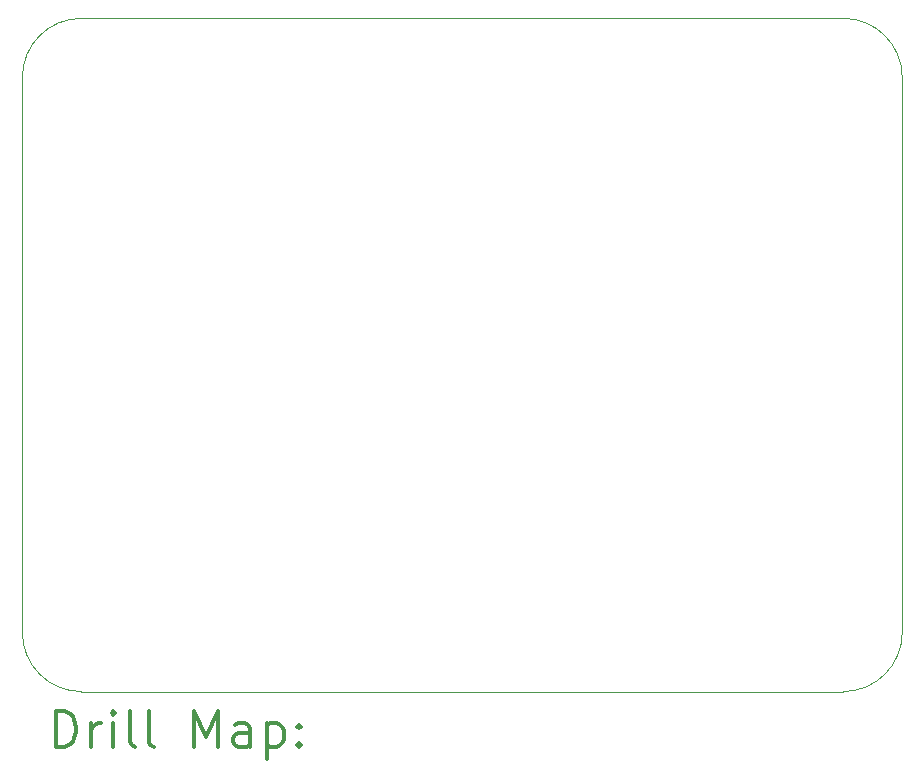
<source format=gbr>
%FSLAX45Y45*%
G04 Gerber Fmt 4.5, Leading zero omitted, Abs format (unit mm)*
G04 Created by KiCad (PCBNEW 5.1.10) date 2021-08-16 10:49:48*
%MOMM*%
%LPD*%
G01*
G04 APERTURE LIST*
%TA.AperFunction,Profile*%
%ADD10C,0.050000*%
%TD*%
%ADD11C,0.200000*%
%ADD12C,0.300000*%
G04 APERTURE END LIST*
D10*
X11550000Y-7625000D02*
G75*
G02*
X12050000Y-7125000I500000J0D01*
G01*
X19000000Y-12325000D02*
G75*
G02*
X18500000Y-12825000I-500000J0D01*
G01*
X12050000Y-12825000D02*
G75*
G02*
X11550000Y-12325000I0J500000D01*
G01*
X18500000Y-7125000D02*
G75*
G02*
X19000000Y-7625000I0J-500000D01*
G01*
X11550000Y-12325000D02*
X11550000Y-7625000D01*
X18500000Y-7125000D02*
X12050000Y-7125000D01*
X19000000Y-12325000D02*
X19000000Y-7625000D01*
X12050000Y-12825000D02*
X18500000Y-12825000D01*
D11*
D12*
X11833928Y-13293214D02*
X11833928Y-12993214D01*
X11905357Y-12993214D01*
X11948214Y-13007500D01*
X11976786Y-13036071D01*
X11991071Y-13064643D01*
X12005357Y-13121786D01*
X12005357Y-13164643D01*
X11991071Y-13221786D01*
X11976786Y-13250357D01*
X11948214Y-13278929D01*
X11905357Y-13293214D01*
X11833928Y-13293214D01*
X12133928Y-13293214D02*
X12133928Y-13093214D01*
X12133928Y-13150357D02*
X12148214Y-13121786D01*
X12162500Y-13107500D01*
X12191071Y-13093214D01*
X12219643Y-13093214D01*
X12319643Y-13293214D02*
X12319643Y-13093214D01*
X12319643Y-12993214D02*
X12305357Y-13007500D01*
X12319643Y-13021786D01*
X12333928Y-13007500D01*
X12319643Y-12993214D01*
X12319643Y-13021786D01*
X12505357Y-13293214D02*
X12476786Y-13278929D01*
X12462500Y-13250357D01*
X12462500Y-12993214D01*
X12662500Y-13293214D02*
X12633928Y-13278929D01*
X12619643Y-13250357D01*
X12619643Y-12993214D01*
X13005357Y-13293214D02*
X13005357Y-12993214D01*
X13105357Y-13207500D01*
X13205357Y-12993214D01*
X13205357Y-13293214D01*
X13476786Y-13293214D02*
X13476786Y-13136071D01*
X13462500Y-13107500D01*
X13433928Y-13093214D01*
X13376786Y-13093214D01*
X13348214Y-13107500D01*
X13476786Y-13278929D02*
X13448214Y-13293214D01*
X13376786Y-13293214D01*
X13348214Y-13278929D01*
X13333928Y-13250357D01*
X13333928Y-13221786D01*
X13348214Y-13193214D01*
X13376786Y-13178929D01*
X13448214Y-13178929D01*
X13476786Y-13164643D01*
X13619643Y-13093214D02*
X13619643Y-13393214D01*
X13619643Y-13107500D02*
X13648214Y-13093214D01*
X13705357Y-13093214D01*
X13733928Y-13107500D01*
X13748214Y-13121786D01*
X13762500Y-13150357D01*
X13762500Y-13236071D01*
X13748214Y-13264643D01*
X13733928Y-13278929D01*
X13705357Y-13293214D01*
X13648214Y-13293214D01*
X13619643Y-13278929D01*
X13891071Y-13264643D02*
X13905357Y-13278929D01*
X13891071Y-13293214D01*
X13876786Y-13278929D01*
X13891071Y-13264643D01*
X13891071Y-13293214D01*
X13891071Y-13107500D02*
X13905357Y-13121786D01*
X13891071Y-13136071D01*
X13876786Y-13121786D01*
X13891071Y-13107500D01*
X13891071Y-13136071D01*
M02*

</source>
